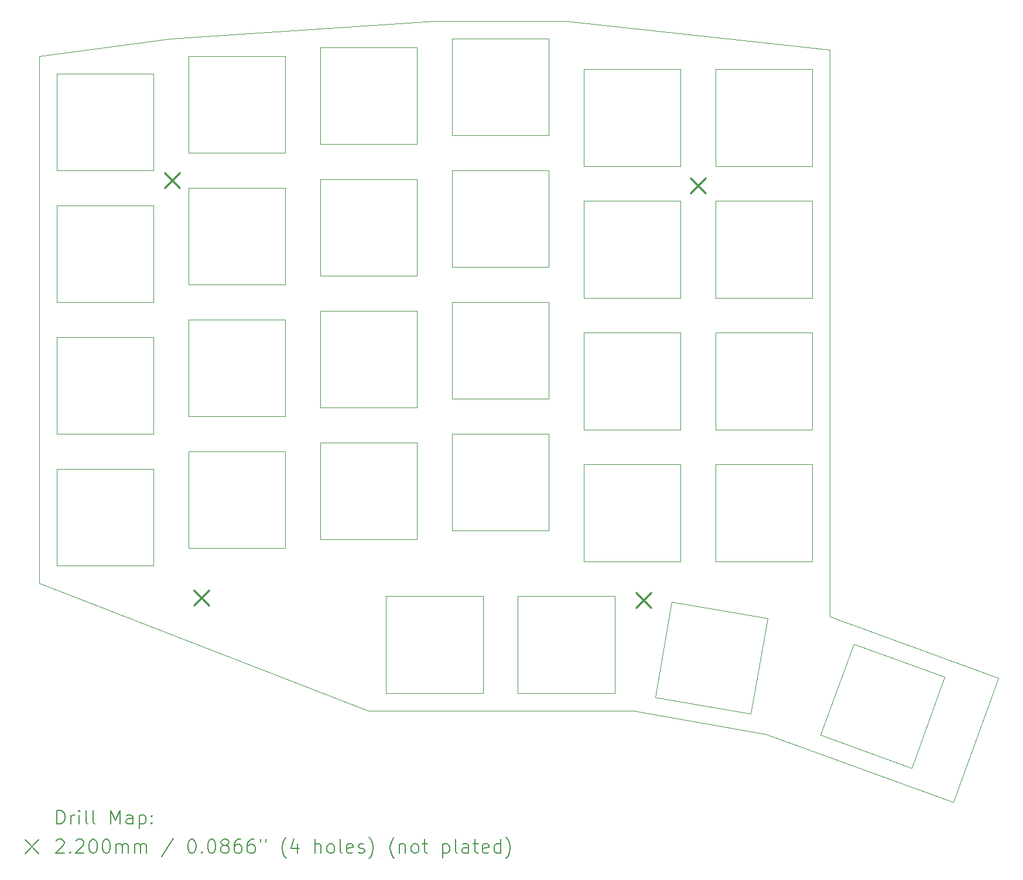
<source format=gbr>
%TF.GenerationSoftware,KiCad,Pcbnew,9.0.7*%
%TF.CreationDate,2026-02-21T19:36:22+09:00*%
%TF.ProjectId,top-plate,746f702d-706c-4617-9465-2e6b69636164,rev?*%
%TF.SameCoordinates,Original*%
%TF.FileFunction,Drillmap*%
%TF.FilePolarity,Positive*%
%FSLAX45Y45*%
G04 Gerber Fmt 4.5, Leading zero omitted, Abs format (unit mm)*
G04 Created by KiCad (PCBNEW 9.0.7) date 2026-02-21 19:36:22*
%MOMM*%
%LPD*%
G01*
G04 APERTURE LIST*
%ADD10C,0.050000*%
%ADD11C,0.200000*%
%ADD12C,0.220000*%
G04 APERTURE END LIST*
D10*
X16446812Y-9432947D02*
X17848892Y-9432947D01*
X14541812Y-9432947D02*
X15943892Y-9432947D01*
X14038892Y-12795907D02*
X14038892Y-14197987D01*
X8323892Y-13303907D02*
X8323892Y-14705987D01*
X12133892Y-8609987D02*
X10731812Y-8609987D01*
X14038892Y-14197987D02*
X12636812Y-14197987D01*
X12133892Y-12922907D02*
X12133892Y-14324987D01*
X8826812Y-12546987D02*
X8826812Y-11144907D01*
X17848892Y-11337947D02*
X17848892Y-12740027D01*
X8576774Y-7083541D02*
X10478495Y-6957899D01*
X11427797Y-16801204D02*
X6668622Y-14957714D01*
X12636812Y-12795907D02*
X14038892Y-12795907D01*
X8826812Y-13049907D02*
X10228892Y-13049907D01*
X13086392Y-15145407D02*
X13086392Y-16547487D01*
X12636812Y-14197987D02*
X12636812Y-12795907D01*
X14038892Y-8985907D02*
X14038892Y-10387987D01*
X20537606Y-16328410D02*
X18102598Y-15445181D01*
X11684312Y-16547487D02*
X11684312Y-15145407D01*
X14541812Y-10835027D02*
X14541812Y-9432947D01*
X15943892Y-8930027D02*
X14541812Y-8930027D01*
X15943892Y-9432947D02*
X15943892Y-10835027D01*
X8323892Y-10895987D02*
X6921812Y-10895987D01*
X14541812Y-11337947D02*
X15943892Y-11337947D01*
X12133892Y-12419987D02*
X10731812Y-12419987D01*
X12636812Y-8985907D02*
X14038892Y-8985907D01*
X16446812Y-13242947D02*
X17848892Y-13242947D01*
X6921812Y-7588907D02*
X8323892Y-7588907D01*
X6921812Y-14705987D02*
X6921812Y-13303907D01*
X17848892Y-8930027D02*
X16446812Y-8930027D01*
X17848892Y-14645027D02*
X16446812Y-14645027D01*
X15943892Y-13242947D02*
X15943892Y-14645027D01*
X8323892Y-7588907D02*
X8323892Y-8990987D01*
X19882437Y-18127826D02*
X17178324Y-17143150D01*
X14991392Y-16547487D02*
X13589312Y-16547487D01*
X13589312Y-15145407D02*
X14991392Y-15145407D01*
X8826812Y-9239907D02*
X10228892Y-9239907D01*
X10228892Y-9239907D02*
X10228892Y-10641987D01*
X15943892Y-7527947D02*
X15943892Y-8930027D01*
X19760992Y-16317083D02*
X19281452Y-17634607D01*
X10731812Y-12419987D02*
X10731812Y-11017907D01*
X16446812Y-7527947D02*
X17848892Y-7527947D01*
X10731812Y-9112907D02*
X12133892Y-9112907D01*
X12133892Y-11017907D02*
X12133892Y-12419987D01*
X6921812Y-9493907D02*
X8323892Y-9493907D01*
X15943892Y-14645027D02*
X14541812Y-14645027D01*
X6668622Y-14957714D02*
X6667354Y-7337468D01*
X17848892Y-13242947D02*
X17848892Y-14645027D01*
X16446812Y-8930027D02*
X16446812Y-7527947D01*
X15943892Y-10835027D02*
X14541812Y-10835027D01*
X8826812Y-11144907D02*
X10228892Y-11144907D01*
X17848892Y-12740027D02*
X16446812Y-12740027D01*
X11684312Y-15145407D02*
X13086392Y-15145407D01*
X14038892Y-12292987D02*
X12636812Y-12292987D01*
X12636812Y-10387987D02*
X12636812Y-8985907D01*
X16954812Y-16849747D02*
X15574033Y-16606279D01*
X10731812Y-14324987D02*
X10731812Y-12922907D01*
X14541812Y-12740027D02*
X14541812Y-11337947D01*
X12385123Y-6830941D02*
X14288957Y-6830953D01*
X12636812Y-7080907D02*
X14038892Y-7080907D01*
X10731812Y-7207907D02*
X12133892Y-7207907D01*
X10228892Y-14451987D02*
X8826812Y-14451987D01*
X14288957Y-6830953D02*
X18097688Y-7242140D01*
X15943892Y-12740027D02*
X14541812Y-12740027D01*
X8323892Y-12800987D02*
X6921812Y-12800987D01*
X15262630Y-16804467D02*
X11427797Y-16801204D01*
X13589312Y-16547487D02*
X13589312Y-15145407D01*
X6921812Y-12800987D02*
X6921812Y-11398907D01*
X17848892Y-7527947D02*
X17848892Y-8930027D01*
X12133892Y-14324987D02*
X10731812Y-14324987D01*
X8323892Y-8990987D02*
X6921812Y-8990987D01*
X8323892Y-11398907D02*
X8323892Y-12800987D01*
X14541812Y-8930027D02*
X14541812Y-7527947D01*
X16446812Y-10835027D02*
X16446812Y-9432947D01*
X14038892Y-8482987D02*
X12636812Y-8482987D01*
X10731812Y-12922907D02*
X12133892Y-12922907D01*
X16446812Y-12740027D02*
X16446812Y-11337947D01*
X6921812Y-11398907D02*
X8323892Y-11398907D01*
X15574033Y-16606279D02*
X15817501Y-15225499D01*
X10731812Y-8609987D02*
X10731812Y-7207907D01*
X14038892Y-10387987D02*
X12636812Y-10387987D01*
X19281452Y-17634607D02*
X17963928Y-17155068D01*
X18443468Y-15837543D02*
X19760992Y-16317083D01*
X8826812Y-14451987D02*
X8826812Y-13049907D01*
X10731812Y-11017907D02*
X12133892Y-11017907D01*
X17963928Y-17155068D02*
X18443468Y-15837543D01*
X20537606Y-16328410D02*
X19882437Y-18127826D01*
X6921812Y-10895987D02*
X6921812Y-9493907D01*
X16446812Y-11337947D02*
X17848892Y-11337947D01*
X6667354Y-7337468D02*
X8576774Y-7083541D01*
X12133892Y-10514987D02*
X10731812Y-10514987D01*
X17178324Y-17143150D02*
X15262630Y-16804467D01*
X10228892Y-12546987D02*
X8826812Y-12546987D01*
X10478495Y-6957899D02*
X12385123Y-6830941D01*
X12133892Y-9112907D02*
X12133892Y-10514987D01*
X10228892Y-11144907D02*
X10228892Y-12546987D01*
X14541812Y-14645027D02*
X14541812Y-13242947D01*
X17848892Y-9432947D02*
X17848892Y-10835027D01*
X13086392Y-16547487D02*
X11684312Y-16547487D01*
X14038892Y-7080907D02*
X14038892Y-8482987D01*
X8826812Y-7334907D02*
X10228892Y-7334907D01*
X10228892Y-7334907D02*
X10228892Y-8736987D01*
X14541812Y-13242947D02*
X15943892Y-13242947D01*
X8323892Y-9493907D02*
X8323892Y-10895987D01*
X15817501Y-15225499D02*
X17198281Y-15468968D01*
X6921812Y-13303907D02*
X8323892Y-13303907D01*
X10228892Y-8736987D02*
X8826812Y-8736987D01*
X14991392Y-15145407D02*
X14991392Y-16547487D01*
X12636812Y-10890907D02*
X14038892Y-10890907D01*
X17198281Y-15468968D02*
X16954812Y-16849747D01*
X16446812Y-14645027D02*
X16446812Y-13242947D01*
X10731812Y-10514987D02*
X10731812Y-9112907D01*
X12133892Y-7207907D02*
X12133892Y-8609987D01*
X8826812Y-10641987D02*
X8826812Y-9239907D01*
X12636812Y-8482987D02*
X12636812Y-7080907D01*
X12636812Y-12292987D02*
X12636812Y-10890907D01*
X14038892Y-10890907D02*
X14038892Y-12292987D01*
X17848892Y-10835027D02*
X16446812Y-10835027D01*
X8826812Y-8736987D02*
X8826812Y-7334907D01*
X6921812Y-8990987D02*
X6921812Y-7588907D01*
X15943892Y-11337947D02*
X15943892Y-12740027D01*
X18097688Y-7242140D02*
X18102598Y-15445181D01*
X8323892Y-14705987D02*
X6921812Y-14705987D01*
X10228892Y-10641987D02*
X8826812Y-10641987D01*
X10228892Y-13049907D02*
X10228892Y-14451987D01*
X14541812Y-7527947D02*
X15943892Y-7527947D01*
D11*
D12*
X8479793Y-9022052D02*
X8699793Y-9242052D01*
X8699793Y-9022052D02*
X8479793Y-9242052D01*
X8901789Y-15062245D02*
X9121789Y-15282245D01*
X9121789Y-15062245D02*
X8901789Y-15282245D01*
X15300847Y-15096308D02*
X15520847Y-15316308D01*
X15520847Y-15096308D02*
X15300847Y-15316308D01*
X16087208Y-9100480D02*
X16307208Y-9320480D01*
X16307208Y-9100480D02*
X16087208Y-9320480D01*
D11*
X6925630Y-18441809D02*
X6925630Y-18241809D01*
X6925630Y-18241809D02*
X6973249Y-18241809D01*
X6973249Y-18241809D02*
X7001821Y-18251333D01*
X7001821Y-18251333D02*
X7020869Y-18270381D01*
X7020869Y-18270381D02*
X7030392Y-18289428D01*
X7030392Y-18289428D02*
X7039916Y-18327524D01*
X7039916Y-18327524D02*
X7039916Y-18356095D01*
X7039916Y-18356095D02*
X7030392Y-18394190D01*
X7030392Y-18394190D02*
X7020869Y-18413238D01*
X7020869Y-18413238D02*
X7001821Y-18432286D01*
X7001821Y-18432286D02*
X6973249Y-18441809D01*
X6973249Y-18441809D02*
X6925630Y-18441809D01*
X7125630Y-18441809D02*
X7125630Y-18308476D01*
X7125630Y-18346571D02*
X7135154Y-18327524D01*
X7135154Y-18327524D02*
X7144678Y-18318000D01*
X7144678Y-18318000D02*
X7163726Y-18308476D01*
X7163726Y-18308476D02*
X7182773Y-18308476D01*
X7249440Y-18441809D02*
X7249440Y-18308476D01*
X7249440Y-18241809D02*
X7239916Y-18251333D01*
X7239916Y-18251333D02*
X7249440Y-18260857D01*
X7249440Y-18260857D02*
X7258964Y-18251333D01*
X7258964Y-18251333D02*
X7249440Y-18241809D01*
X7249440Y-18241809D02*
X7249440Y-18260857D01*
X7373249Y-18441809D02*
X7354202Y-18432286D01*
X7354202Y-18432286D02*
X7344678Y-18413238D01*
X7344678Y-18413238D02*
X7344678Y-18241809D01*
X7478011Y-18441809D02*
X7458964Y-18432286D01*
X7458964Y-18432286D02*
X7449440Y-18413238D01*
X7449440Y-18413238D02*
X7449440Y-18241809D01*
X7706583Y-18441809D02*
X7706583Y-18241809D01*
X7706583Y-18241809D02*
X7773250Y-18384667D01*
X7773250Y-18384667D02*
X7839916Y-18241809D01*
X7839916Y-18241809D02*
X7839916Y-18441809D01*
X8020869Y-18441809D02*
X8020869Y-18337048D01*
X8020869Y-18337048D02*
X8011345Y-18318000D01*
X8011345Y-18318000D02*
X7992297Y-18308476D01*
X7992297Y-18308476D02*
X7954202Y-18308476D01*
X7954202Y-18308476D02*
X7935154Y-18318000D01*
X8020869Y-18432286D02*
X8001821Y-18441809D01*
X8001821Y-18441809D02*
X7954202Y-18441809D01*
X7954202Y-18441809D02*
X7935154Y-18432286D01*
X7935154Y-18432286D02*
X7925630Y-18413238D01*
X7925630Y-18413238D02*
X7925630Y-18394190D01*
X7925630Y-18394190D02*
X7935154Y-18375143D01*
X7935154Y-18375143D02*
X7954202Y-18365619D01*
X7954202Y-18365619D02*
X8001821Y-18365619D01*
X8001821Y-18365619D02*
X8020869Y-18356095D01*
X8116107Y-18308476D02*
X8116107Y-18508476D01*
X8116107Y-18318000D02*
X8135154Y-18308476D01*
X8135154Y-18308476D02*
X8173250Y-18308476D01*
X8173250Y-18308476D02*
X8192297Y-18318000D01*
X8192297Y-18318000D02*
X8201821Y-18327524D01*
X8201821Y-18327524D02*
X8211345Y-18346571D01*
X8211345Y-18346571D02*
X8211345Y-18403714D01*
X8211345Y-18403714D02*
X8201821Y-18422762D01*
X8201821Y-18422762D02*
X8192297Y-18432286D01*
X8192297Y-18432286D02*
X8173250Y-18441809D01*
X8173250Y-18441809D02*
X8135154Y-18441809D01*
X8135154Y-18441809D02*
X8116107Y-18432286D01*
X8297059Y-18422762D02*
X8306583Y-18432286D01*
X8306583Y-18432286D02*
X8297059Y-18441809D01*
X8297059Y-18441809D02*
X8287535Y-18432286D01*
X8287535Y-18432286D02*
X8297059Y-18422762D01*
X8297059Y-18422762D02*
X8297059Y-18441809D01*
X8297059Y-18318000D02*
X8306583Y-18327524D01*
X8306583Y-18327524D02*
X8297059Y-18337048D01*
X8297059Y-18337048D02*
X8287535Y-18327524D01*
X8287535Y-18327524D02*
X8297059Y-18318000D01*
X8297059Y-18318000D02*
X8297059Y-18337048D01*
X6464854Y-18670326D02*
X6664854Y-18870326D01*
X6664854Y-18670326D02*
X6464854Y-18870326D01*
X6916107Y-18680857D02*
X6925630Y-18671333D01*
X6925630Y-18671333D02*
X6944678Y-18661809D01*
X6944678Y-18661809D02*
X6992297Y-18661809D01*
X6992297Y-18661809D02*
X7011345Y-18671333D01*
X7011345Y-18671333D02*
X7020869Y-18680857D01*
X7020869Y-18680857D02*
X7030392Y-18699905D01*
X7030392Y-18699905D02*
X7030392Y-18718952D01*
X7030392Y-18718952D02*
X7020869Y-18747524D01*
X7020869Y-18747524D02*
X6906583Y-18861809D01*
X6906583Y-18861809D02*
X7030392Y-18861809D01*
X7116107Y-18842762D02*
X7125630Y-18852286D01*
X7125630Y-18852286D02*
X7116107Y-18861809D01*
X7116107Y-18861809D02*
X7106583Y-18852286D01*
X7106583Y-18852286D02*
X7116107Y-18842762D01*
X7116107Y-18842762D02*
X7116107Y-18861809D01*
X7201821Y-18680857D02*
X7211345Y-18671333D01*
X7211345Y-18671333D02*
X7230392Y-18661809D01*
X7230392Y-18661809D02*
X7278011Y-18661809D01*
X7278011Y-18661809D02*
X7297059Y-18671333D01*
X7297059Y-18671333D02*
X7306583Y-18680857D01*
X7306583Y-18680857D02*
X7316107Y-18699905D01*
X7316107Y-18699905D02*
X7316107Y-18718952D01*
X7316107Y-18718952D02*
X7306583Y-18747524D01*
X7306583Y-18747524D02*
X7192297Y-18861809D01*
X7192297Y-18861809D02*
X7316107Y-18861809D01*
X7439916Y-18661809D02*
X7458964Y-18661809D01*
X7458964Y-18661809D02*
X7478011Y-18671333D01*
X7478011Y-18671333D02*
X7487535Y-18680857D01*
X7487535Y-18680857D02*
X7497059Y-18699905D01*
X7497059Y-18699905D02*
X7506583Y-18738000D01*
X7506583Y-18738000D02*
X7506583Y-18785619D01*
X7506583Y-18785619D02*
X7497059Y-18823714D01*
X7497059Y-18823714D02*
X7487535Y-18842762D01*
X7487535Y-18842762D02*
X7478011Y-18852286D01*
X7478011Y-18852286D02*
X7458964Y-18861809D01*
X7458964Y-18861809D02*
X7439916Y-18861809D01*
X7439916Y-18861809D02*
X7420869Y-18852286D01*
X7420869Y-18852286D02*
X7411345Y-18842762D01*
X7411345Y-18842762D02*
X7401821Y-18823714D01*
X7401821Y-18823714D02*
X7392297Y-18785619D01*
X7392297Y-18785619D02*
X7392297Y-18738000D01*
X7392297Y-18738000D02*
X7401821Y-18699905D01*
X7401821Y-18699905D02*
X7411345Y-18680857D01*
X7411345Y-18680857D02*
X7420869Y-18671333D01*
X7420869Y-18671333D02*
X7439916Y-18661809D01*
X7630392Y-18661809D02*
X7649440Y-18661809D01*
X7649440Y-18661809D02*
X7668488Y-18671333D01*
X7668488Y-18671333D02*
X7678011Y-18680857D01*
X7678011Y-18680857D02*
X7687535Y-18699905D01*
X7687535Y-18699905D02*
X7697059Y-18738000D01*
X7697059Y-18738000D02*
X7697059Y-18785619D01*
X7697059Y-18785619D02*
X7687535Y-18823714D01*
X7687535Y-18823714D02*
X7678011Y-18842762D01*
X7678011Y-18842762D02*
X7668488Y-18852286D01*
X7668488Y-18852286D02*
X7649440Y-18861809D01*
X7649440Y-18861809D02*
X7630392Y-18861809D01*
X7630392Y-18861809D02*
X7611345Y-18852286D01*
X7611345Y-18852286D02*
X7601821Y-18842762D01*
X7601821Y-18842762D02*
X7592297Y-18823714D01*
X7592297Y-18823714D02*
X7582773Y-18785619D01*
X7582773Y-18785619D02*
X7582773Y-18738000D01*
X7582773Y-18738000D02*
X7592297Y-18699905D01*
X7592297Y-18699905D02*
X7601821Y-18680857D01*
X7601821Y-18680857D02*
X7611345Y-18671333D01*
X7611345Y-18671333D02*
X7630392Y-18661809D01*
X7782773Y-18861809D02*
X7782773Y-18728476D01*
X7782773Y-18747524D02*
X7792297Y-18738000D01*
X7792297Y-18738000D02*
X7811345Y-18728476D01*
X7811345Y-18728476D02*
X7839916Y-18728476D01*
X7839916Y-18728476D02*
X7858964Y-18738000D01*
X7858964Y-18738000D02*
X7868488Y-18757048D01*
X7868488Y-18757048D02*
X7868488Y-18861809D01*
X7868488Y-18757048D02*
X7878011Y-18738000D01*
X7878011Y-18738000D02*
X7897059Y-18728476D01*
X7897059Y-18728476D02*
X7925630Y-18728476D01*
X7925630Y-18728476D02*
X7944678Y-18738000D01*
X7944678Y-18738000D02*
X7954202Y-18757048D01*
X7954202Y-18757048D02*
X7954202Y-18861809D01*
X8049440Y-18861809D02*
X8049440Y-18728476D01*
X8049440Y-18747524D02*
X8058964Y-18738000D01*
X8058964Y-18738000D02*
X8078011Y-18728476D01*
X8078011Y-18728476D02*
X8106583Y-18728476D01*
X8106583Y-18728476D02*
X8125631Y-18738000D01*
X8125631Y-18738000D02*
X8135154Y-18757048D01*
X8135154Y-18757048D02*
X8135154Y-18861809D01*
X8135154Y-18757048D02*
X8144678Y-18738000D01*
X8144678Y-18738000D02*
X8163726Y-18728476D01*
X8163726Y-18728476D02*
X8192297Y-18728476D01*
X8192297Y-18728476D02*
X8211345Y-18738000D01*
X8211345Y-18738000D02*
X8220869Y-18757048D01*
X8220869Y-18757048D02*
X8220869Y-18861809D01*
X8611345Y-18652286D02*
X8439916Y-18909428D01*
X8868488Y-18661809D02*
X8887536Y-18661809D01*
X8887536Y-18661809D02*
X8906583Y-18671333D01*
X8906583Y-18671333D02*
X8916107Y-18680857D01*
X8916107Y-18680857D02*
X8925631Y-18699905D01*
X8925631Y-18699905D02*
X8935155Y-18738000D01*
X8935155Y-18738000D02*
X8935155Y-18785619D01*
X8935155Y-18785619D02*
X8925631Y-18823714D01*
X8925631Y-18823714D02*
X8916107Y-18842762D01*
X8916107Y-18842762D02*
X8906583Y-18852286D01*
X8906583Y-18852286D02*
X8887536Y-18861809D01*
X8887536Y-18861809D02*
X8868488Y-18861809D01*
X8868488Y-18861809D02*
X8849440Y-18852286D01*
X8849440Y-18852286D02*
X8839916Y-18842762D01*
X8839916Y-18842762D02*
X8830393Y-18823714D01*
X8830393Y-18823714D02*
X8820869Y-18785619D01*
X8820869Y-18785619D02*
X8820869Y-18738000D01*
X8820869Y-18738000D02*
X8830393Y-18699905D01*
X8830393Y-18699905D02*
X8839916Y-18680857D01*
X8839916Y-18680857D02*
X8849440Y-18671333D01*
X8849440Y-18671333D02*
X8868488Y-18661809D01*
X9020869Y-18842762D02*
X9030393Y-18852286D01*
X9030393Y-18852286D02*
X9020869Y-18861809D01*
X9020869Y-18861809D02*
X9011345Y-18852286D01*
X9011345Y-18852286D02*
X9020869Y-18842762D01*
X9020869Y-18842762D02*
X9020869Y-18861809D01*
X9154202Y-18661809D02*
X9173250Y-18661809D01*
X9173250Y-18661809D02*
X9192297Y-18671333D01*
X9192297Y-18671333D02*
X9201821Y-18680857D01*
X9201821Y-18680857D02*
X9211345Y-18699905D01*
X9211345Y-18699905D02*
X9220869Y-18738000D01*
X9220869Y-18738000D02*
X9220869Y-18785619D01*
X9220869Y-18785619D02*
X9211345Y-18823714D01*
X9211345Y-18823714D02*
X9201821Y-18842762D01*
X9201821Y-18842762D02*
X9192297Y-18852286D01*
X9192297Y-18852286D02*
X9173250Y-18861809D01*
X9173250Y-18861809D02*
X9154202Y-18861809D01*
X9154202Y-18861809D02*
X9135155Y-18852286D01*
X9135155Y-18852286D02*
X9125631Y-18842762D01*
X9125631Y-18842762D02*
X9116107Y-18823714D01*
X9116107Y-18823714D02*
X9106583Y-18785619D01*
X9106583Y-18785619D02*
X9106583Y-18738000D01*
X9106583Y-18738000D02*
X9116107Y-18699905D01*
X9116107Y-18699905D02*
X9125631Y-18680857D01*
X9125631Y-18680857D02*
X9135155Y-18671333D01*
X9135155Y-18671333D02*
X9154202Y-18661809D01*
X9335155Y-18747524D02*
X9316107Y-18738000D01*
X9316107Y-18738000D02*
X9306583Y-18728476D01*
X9306583Y-18728476D02*
X9297059Y-18709428D01*
X9297059Y-18709428D02*
X9297059Y-18699905D01*
X9297059Y-18699905D02*
X9306583Y-18680857D01*
X9306583Y-18680857D02*
X9316107Y-18671333D01*
X9316107Y-18671333D02*
X9335155Y-18661809D01*
X9335155Y-18661809D02*
X9373250Y-18661809D01*
X9373250Y-18661809D02*
X9392297Y-18671333D01*
X9392297Y-18671333D02*
X9401821Y-18680857D01*
X9401821Y-18680857D02*
X9411345Y-18699905D01*
X9411345Y-18699905D02*
X9411345Y-18709428D01*
X9411345Y-18709428D02*
X9401821Y-18728476D01*
X9401821Y-18728476D02*
X9392297Y-18738000D01*
X9392297Y-18738000D02*
X9373250Y-18747524D01*
X9373250Y-18747524D02*
X9335155Y-18747524D01*
X9335155Y-18747524D02*
X9316107Y-18757048D01*
X9316107Y-18757048D02*
X9306583Y-18766571D01*
X9306583Y-18766571D02*
X9297059Y-18785619D01*
X9297059Y-18785619D02*
X9297059Y-18823714D01*
X9297059Y-18823714D02*
X9306583Y-18842762D01*
X9306583Y-18842762D02*
X9316107Y-18852286D01*
X9316107Y-18852286D02*
X9335155Y-18861809D01*
X9335155Y-18861809D02*
X9373250Y-18861809D01*
X9373250Y-18861809D02*
X9392297Y-18852286D01*
X9392297Y-18852286D02*
X9401821Y-18842762D01*
X9401821Y-18842762D02*
X9411345Y-18823714D01*
X9411345Y-18823714D02*
X9411345Y-18785619D01*
X9411345Y-18785619D02*
X9401821Y-18766571D01*
X9401821Y-18766571D02*
X9392297Y-18757048D01*
X9392297Y-18757048D02*
X9373250Y-18747524D01*
X9582774Y-18661809D02*
X9544678Y-18661809D01*
X9544678Y-18661809D02*
X9525631Y-18671333D01*
X9525631Y-18671333D02*
X9516107Y-18680857D01*
X9516107Y-18680857D02*
X9497059Y-18709428D01*
X9497059Y-18709428D02*
X9487536Y-18747524D01*
X9487536Y-18747524D02*
X9487536Y-18823714D01*
X9487536Y-18823714D02*
X9497059Y-18842762D01*
X9497059Y-18842762D02*
X9506583Y-18852286D01*
X9506583Y-18852286D02*
X9525631Y-18861809D01*
X9525631Y-18861809D02*
X9563726Y-18861809D01*
X9563726Y-18861809D02*
X9582774Y-18852286D01*
X9582774Y-18852286D02*
X9592297Y-18842762D01*
X9592297Y-18842762D02*
X9601821Y-18823714D01*
X9601821Y-18823714D02*
X9601821Y-18776095D01*
X9601821Y-18776095D02*
X9592297Y-18757048D01*
X9592297Y-18757048D02*
X9582774Y-18747524D01*
X9582774Y-18747524D02*
X9563726Y-18738000D01*
X9563726Y-18738000D02*
X9525631Y-18738000D01*
X9525631Y-18738000D02*
X9506583Y-18747524D01*
X9506583Y-18747524D02*
X9497059Y-18757048D01*
X9497059Y-18757048D02*
X9487536Y-18776095D01*
X9773250Y-18661809D02*
X9735155Y-18661809D01*
X9735155Y-18661809D02*
X9716107Y-18671333D01*
X9716107Y-18671333D02*
X9706583Y-18680857D01*
X9706583Y-18680857D02*
X9687536Y-18709428D01*
X9687536Y-18709428D02*
X9678012Y-18747524D01*
X9678012Y-18747524D02*
X9678012Y-18823714D01*
X9678012Y-18823714D02*
X9687536Y-18842762D01*
X9687536Y-18842762D02*
X9697059Y-18852286D01*
X9697059Y-18852286D02*
X9716107Y-18861809D01*
X9716107Y-18861809D02*
X9754202Y-18861809D01*
X9754202Y-18861809D02*
X9773250Y-18852286D01*
X9773250Y-18852286D02*
X9782774Y-18842762D01*
X9782774Y-18842762D02*
X9792297Y-18823714D01*
X9792297Y-18823714D02*
X9792297Y-18776095D01*
X9792297Y-18776095D02*
X9782774Y-18757048D01*
X9782774Y-18757048D02*
X9773250Y-18747524D01*
X9773250Y-18747524D02*
X9754202Y-18738000D01*
X9754202Y-18738000D02*
X9716107Y-18738000D01*
X9716107Y-18738000D02*
X9697059Y-18747524D01*
X9697059Y-18747524D02*
X9687536Y-18757048D01*
X9687536Y-18757048D02*
X9678012Y-18776095D01*
X9868488Y-18661809D02*
X9868488Y-18699905D01*
X9944678Y-18661809D02*
X9944678Y-18699905D01*
X10239917Y-18938000D02*
X10230393Y-18928476D01*
X10230393Y-18928476D02*
X10211345Y-18899905D01*
X10211345Y-18899905D02*
X10201821Y-18880857D01*
X10201821Y-18880857D02*
X10192298Y-18852286D01*
X10192298Y-18852286D02*
X10182774Y-18804667D01*
X10182774Y-18804667D02*
X10182774Y-18766571D01*
X10182774Y-18766571D02*
X10192298Y-18718952D01*
X10192298Y-18718952D02*
X10201821Y-18690381D01*
X10201821Y-18690381D02*
X10211345Y-18671333D01*
X10211345Y-18671333D02*
X10230393Y-18642762D01*
X10230393Y-18642762D02*
X10239917Y-18633238D01*
X10401821Y-18728476D02*
X10401821Y-18861809D01*
X10354202Y-18652286D02*
X10306583Y-18795143D01*
X10306583Y-18795143D02*
X10430393Y-18795143D01*
X10658964Y-18861809D02*
X10658964Y-18661809D01*
X10744679Y-18861809D02*
X10744679Y-18757048D01*
X10744679Y-18757048D02*
X10735155Y-18738000D01*
X10735155Y-18738000D02*
X10716107Y-18728476D01*
X10716107Y-18728476D02*
X10687536Y-18728476D01*
X10687536Y-18728476D02*
X10668488Y-18738000D01*
X10668488Y-18738000D02*
X10658964Y-18747524D01*
X10868488Y-18861809D02*
X10849440Y-18852286D01*
X10849440Y-18852286D02*
X10839917Y-18842762D01*
X10839917Y-18842762D02*
X10830393Y-18823714D01*
X10830393Y-18823714D02*
X10830393Y-18766571D01*
X10830393Y-18766571D02*
X10839917Y-18747524D01*
X10839917Y-18747524D02*
X10849440Y-18738000D01*
X10849440Y-18738000D02*
X10868488Y-18728476D01*
X10868488Y-18728476D02*
X10897060Y-18728476D01*
X10897060Y-18728476D02*
X10916107Y-18738000D01*
X10916107Y-18738000D02*
X10925631Y-18747524D01*
X10925631Y-18747524D02*
X10935155Y-18766571D01*
X10935155Y-18766571D02*
X10935155Y-18823714D01*
X10935155Y-18823714D02*
X10925631Y-18842762D01*
X10925631Y-18842762D02*
X10916107Y-18852286D01*
X10916107Y-18852286D02*
X10897060Y-18861809D01*
X10897060Y-18861809D02*
X10868488Y-18861809D01*
X11049440Y-18861809D02*
X11030393Y-18852286D01*
X11030393Y-18852286D02*
X11020869Y-18833238D01*
X11020869Y-18833238D02*
X11020869Y-18661809D01*
X11201821Y-18852286D02*
X11182774Y-18861809D01*
X11182774Y-18861809D02*
X11144679Y-18861809D01*
X11144679Y-18861809D02*
X11125631Y-18852286D01*
X11125631Y-18852286D02*
X11116107Y-18833238D01*
X11116107Y-18833238D02*
X11116107Y-18757048D01*
X11116107Y-18757048D02*
X11125631Y-18738000D01*
X11125631Y-18738000D02*
X11144679Y-18728476D01*
X11144679Y-18728476D02*
X11182774Y-18728476D01*
X11182774Y-18728476D02*
X11201821Y-18738000D01*
X11201821Y-18738000D02*
X11211345Y-18757048D01*
X11211345Y-18757048D02*
X11211345Y-18776095D01*
X11211345Y-18776095D02*
X11116107Y-18795143D01*
X11287536Y-18852286D02*
X11306583Y-18861809D01*
X11306583Y-18861809D02*
X11344678Y-18861809D01*
X11344678Y-18861809D02*
X11363726Y-18852286D01*
X11363726Y-18852286D02*
X11373250Y-18833238D01*
X11373250Y-18833238D02*
X11373250Y-18823714D01*
X11373250Y-18823714D02*
X11363726Y-18804667D01*
X11363726Y-18804667D02*
X11344678Y-18795143D01*
X11344678Y-18795143D02*
X11316107Y-18795143D01*
X11316107Y-18795143D02*
X11297059Y-18785619D01*
X11297059Y-18785619D02*
X11287536Y-18766571D01*
X11287536Y-18766571D02*
X11287536Y-18757048D01*
X11287536Y-18757048D02*
X11297059Y-18738000D01*
X11297059Y-18738000D02*
X11316107Y-18728476D01*
X11316107Y-18728476D02*
X11344678Y-18728476D01*
X11344678Y-18728476D02*
X11363726Y-18738000D01*
X11439917Y-18938000D02*
X11449440Y-18928476D01*
X11449440Y-18928476D02*
X11468488Y-18899905D01*
X11468488Y-18899905D02*
X11478012Y-18880857D01*
X11478012Y-18880857D02*
X11487536Y-18852286D01*
X11487536Y-18852286D02*
X11497059Y-18804667D01*
X11497059Y-18804667D02*
X11497059Y-18766571D01*
X11497059Y-18766571D02*
X11487536Y-18718952D01*
X11487536Y-18718952D02*
X11478012Y-18690381D01*
X11478012Y-18690381D02*
X11468488Y-18671333D01*
X11468488Y-18671333D02*
X11449440Y-18642762D01*
X11449440Y-18642762D02*
X11439917Y-18633238D01*
X11801821Y-18938000D02*
X11792298Y-18928476D01*
X11792298Y-18928476D02*
X11773250Y-18899905D01*
X11773250Y-18899905D02*
X11763726Y-18880857D01*
X11763726Y-18880857D02*
X11754202Y-18852286D01*
X11754202Y-18852286D02*
X11744679Y-18804667D01*
X11744679Y-18804667D02*
X11744679Y-18766571D01*
X11744679Y-18766571D02*
X11754202Y-18718952D01*
X11754202Y-18718952D02*
X11763726Y-18690381D01*
X11763726Y-18690381D02*
X11773250Y-18671333D01*
X11773250Y-18671333D02*
X11792298Y-18642762D01*
X11792298Y-18642762D02*
X11801821Y-18633238D01*
X11878012Y-18728476D02*
X11878012Y-18861809D01*
X11878012Y-18747524D02*
X11887536Y-18738000D01*
X11887536Y-18738000D02*
X11906583Y-18728476D01*
X11906583Y-18728476D02*
X11935155Y-18728476D01*
X11935155Y-18728476D02*
X11954202Y-18738000D01*
X11954202Y-18738000D02*
X11963726Y-18757048D01*
X11963726Y-18757048D02*
X11963726Y-18861809D01*
X12087536Y-18861809D02*
X12068488Y-18852286D01*
X12068488Y-18852286D02*
X12058964Y-18842762D01*
X12058964Y-18842762D02*
X12049440Y-18823714D01*
X12049440Y-18823714D02*
X12049440Y-18766571D01*
X12049440Y-18766571D02*
X12058964Y-18747524D01*
X12058964Y-18747524D02*
X12068488Y-18738000D01*
X12068488Y-18738000D02*
X12087536Y-18728476D01*
X12087536Y-18728476D02*
X12116107Y-18728476D01*
X12116107Y-18728476D02*
X12135155Y-18738000D01*
X12135155Y-18738000D02*
X12144679Y-18747524D01*
X12144679Y-18747524D02*
X12154202Y-18766571D01*
X12154202Y-18766571D02*
X12154202Y-18823714D01*
X12154202Y-18823714D02*
X12144679Y-18842762D01*
X12144679Y-18842762D02*
X12135155Y-18852286D01*
X12135155Y-18852286D02*
X12116107Y-18861809D01*
X12116107Y-18861809D02*
X12087536Y-18861809D01*
X12211345Y-18728476D02*
X12287536Y-18728476D01*
X12239917Y-18661809D02*
X12239917Y-18833238D01*
X12239917Y-18833238D02*
X12249440Y-18852286D01*
X12249440Y-18852286D02*
X12268488Y-18861809D01*
X12268488Y-18861809D02*
X12287536Y-18861809D01*
X12506583Y-18728476D02*
X12506583Y-18928476D01*
X12506583Y-18738000D02*
X12525631Y-18728476D01*
X12525631Y-18728476D02*
X12563726Y-18728476D01*
X12563726Y-18728476D02*
X12582774Y-18738000D01*
X12582774Y-18738000D02*
X12592298Y-18747524D01*
X12592298Y-18747524D02*
X12601821Y-18766571D01*
X12601821Y-18766571D02*
X12601821Y-18823714D01*
X12601821Y-18823714D02*
X12592298Y-18842762D01*
X12592298Y-18842762D02*
X12582774Y-18852286D01*
X12582774Y-18852286D02*
X12563726Y-18861809D01*
X12563726Y-18861809D02*
X12525631Y-18861809D01*
X12525631Y-18861809D02*
X12506583Y-18852286D01*
X12716107Y-18861809D02*
X12697060Y-18852286D01*
X12697060Y-18852286D02*
X12687536Y-18833238D01*
X12687536Y-18833238D02*
X12687536Y-18661809D01*
X12878012Y-18861809D02*
X12878012Y-18757048D01*
X12878012Y-18757048D02*
X12868488Y-18738000D01*
X12868488Y-18738000D02*
X12849441Y-18728476D01*
X12849441Y-18728476D02*
X12811345Y-18728476D01*
X12811345Y-18728476D02*
X12792298Y-18738000D01*
X12878012Y-18852286D02*
X12858964Y-18861809D01*
X12858964Y-18861809D02*
X12811345Y-18861809D01*
X12811345Y-18861809D02*
X12792298Y-18852286D01*
X12792298Y-18852286D02*
X12782774Y-18833238D01*
X12782774Y-18833238D02*
X12782774Y-18814190D01*
X12782774Y-18814190D02*
X12792298Y-18795143D01*
X12792298Y-18795143D02*
X12811345Y-18785619D01*
X12811345Y-18785619D02*
X12858964Y-18785619D01*
X12858964Y-18785619D02*
X12878012Y-18776095D01*
X12944679Y-18728476D02*
X13020869Y-18728476D01*
X12973250Y-18661809D02*
X12973250Y-18833238D01*
X12973250Y-18833238D02*
X12982774Y-18852286D01*
X12982774Y-18852286D02*
X13001821Y-18861809D01*
X13001821Y-18861809D02*
X13020869Y-18861809D01*
X13163726Y-18852286D02*
X13144679Y-18861809D01*
X13144679Y-18861809D02*
X13106583Y-18861809D01*
X13106583Y-18861809D02*
X13087536Y-18852286D01*
X13087536Y-18852286D02*
X13078012Y-18833238D01*
X13078012Y-18833238D02*
X13078012Y-18757048D01*
X13078012Y-18757048D02*
X13087536Y-18738000D01*
X13087536Y-18738000D02*
X13106583Y-18728476D01*
X13106583Y-18728476D02*
X13144679Y-18728476D01*
X13144679Y-18728476D02*
X13163726Y-18738000D01*
X13163726Y-18738000D02*
X13173250Y-18757048D01*
X13173250Y-18757048D02*
X13173250Y-18776095D01*
X13173250Y-18776095D02*
X13078012Y-18795143D01*
X13344679Y-18861809D02*
X13344679Y-18661809D01*
X13344679Y-18852286D02*
X13325631Y-18861809D01*
X13325631Y-18861809D02*
X13287536Y-18861809D01*
X13287536Y-18861809D02*
X13268488Y-18852286D01*
X13268488Y-18852286D02*
X13258964Y-18842762D01*
X13258964Y-18842762D02*
X13249441Y-18823714D01*
X13249441Y-18823714D02*
X13249441Y-18766571D01*
X13249441Y-18766571D02*
X13258964Y-18747524D01*
X13258964Y-18747524D02*
X13268488Y-18738000D01*
X13268488Y-18738000D02*
X13287536Y-18728476D01*
X13287536Y-18728476D02*
X13325631Y-18728476D01*
X13325631Y-18728476D02*
X13344679Y-18738000D01*
X13420869Y-18938000D02*
X13430393Y-18928476D01*
X13430393Y-18928476D02*
X13449441Y-18899905D01*
X13449441Y-18899905D02*
X13458964Y-18880857D01*
X13458964Y-18880857D02*
X13468488Y-18852286D01*
X13468488Y-18852286D02*
X13478012Y-18804667D01*
X13478012Y-18804667D02*
X13478012Y-18766571D01*
X13478012Y-18766571D02*
X13468488Y-18718952D01*
X13468488Y-18718952D02*
X13458964Y-18690381D01*
X13458964Y-18690381D02*
X13449441Y-18671333D01*
X13449441Y-18671333D02*
X13430393Y-18642762D01*
X13430393Y-18642762D02*
X13420869Y-18633238D01*
M02*

</source>
